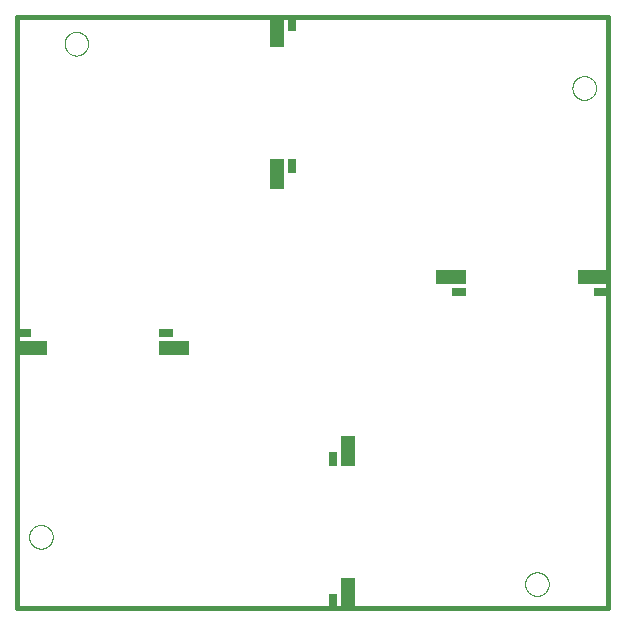
<source format=gtp>
G75*
%MOIN*%
%OFA0B0*%
%FSLAX25Y25*%
%IPPOS*%
%LPD*%
%AMOC8*
5,1,8,0,0,1.08239X$1,22.5*
%
%ADD10C,0.01600*%
%ADD11C,0.00000*%
%ADD12R,0.05000X0.02500*%
%ADD13R,0.02500X0.05000*%
%ADD14R,0.10000X0.05000*%
%ADD15R,0.05000X0.10000*%
D10*
X0005000Y0005000D02*
X0201850Y0005000D01*
X0201850Y0201850D01*
X0005000Y0201850D01*
X0005000Y0005000D01*
D11*
X0008937Y0028622D02*
X0008939Y0028747D01*
X0008945Y0028872D01*
X0008955Y0028996D01*
X0008969Y0029120D01*
X0008986Y0029244D01*
X0009008Y0029367D01*
X0009034Y0029489D01*
X0009063Y0029611D01*
X0009096Y0029731D01*
X0009134Y0029850D01*
X0009174Y0029969D01*
X0009219Y0030085D01*
X0009267Y0030200D01*
X0009319Y0030314D01*
X0009375Y0030426D01*
X0009434Y0030536D01*
X0009496Y0030644D01*
X0009562Y0030751D01*
X0009631Y0030855D01*
X0009704Y0030956D01*
X0009779Y0031056D01*
X0009858Y0031153D01*
X0009940Y0031247D01*
X0010025Y0031339D01*
X0010112Y0031428D01*
X0010203Y0031514D01*
X0010296Y0031597D01*
X0010392Y0031678D01*
X0010490Y0031755D01*
X0010590Y0031829D01*
X0010693Y0031900D01*
X0010798Y0031967D01*
X0010906Y0032032D01*
X0011015Y0032092D01*
X0011126Y0032150D01*
X0011239Y0032203D01*
X0011353Y0032253D01*
X0011469Y0032300D01*
X0011586Y0032342D01*
X0011705Y0032381D01*
X0011825Y0032417D01*
X0011946Y0032448D01*
X0012068Y0032476D01*
X0012190Y0032499D01*
X0012314Y0032519D01*
X0012438Y0032535D01*
X0012562Y0032547D01*
X0012687Y0032555D01*
X0012812Y0032559D01*
X0012936Y0032559D01*
X0013061Y0032555D01*
X0013186Y0032547D01*
X0013310Y0032535D01*
X0013434Y0032519D01*
X0013558Y0032499D01*
X0013680Y0032476D01*
X0013802Y0032448D01*
X0013923Y0032417D01*
X0014043Y0032381D01*
X0014162Y0032342D01*
X0014279Y0032300D01*
X0014395Y0032253D01*
X0014509Y0032203D01*
X0014622Y0032150D01*
X0014733Y0032092D01*
X0014843Y0032032D01*
X0014950Y0031967D01*
X0015055Y0031900D01*
X0015158Y0031829D01*
X0015258Y0031755D01*
X0015356Y0031678D01*
X0015452Y0031597D01*
X0015545Y0031514D01*
X0015636Y0031428D01*
X0015723Y0031339D01*
X0015808Y0031247D01*
X0015890Y0031153D01*
X0015969Y0031056D01*
X0016044Y0030956D01*
X0016117Y0030855D01*
X0016186Y0030751D01*
X0016252Y0030644D01*
X0016314Y0030536D01*
X0016373Y0030426D01*
X0016429Y0030314D01*
X0016481Y0030200D01*
X0016529Y0030085D01*
X0016574Y0029969D01*
X0016614Y0029850D01*
X0016652Y0029731D01*
X0016685Y0029611D01*
X0016714Y0029489D01*
X0016740Y0029367D01*
X0016762Y0029244D01*
X0016779Y0029120D01*
X0016793Y0028996D01*
X0016803Y0028872D01*
X0016809Y0028747D01*
X0016811Y0028622D01*
X0016809Y0028497D01*
X0016803Y0028372D01*
X0016793Y0028248D01*
X0016779Y0028124D01*
X0016762Y0028000D01*
X0016740Y0027877D01*
X0016714Y0027755D01*
X0016685Y0027633D01*
X0016652Y0027513D01*
X0016614Y0027394D01*
X0016574Y0027275D01*
X0016529Y0027159D01*
X0016481Y0027044D01*
X0016429Y0026930D01*
X0016373Y0026818D01*
X0016314Y0026708D01*
X0016252Y0026600D01*
X0016186Y0026493D01*
X0016117Y0026389D01*
X0016044Y0026288D01*
X0015969Y0026188D01*
X0015890Y0026091D01*
X0015808Y0025997D01*
X0015723Y0025905D01*
X0015636Y0025816D01*
X0015545Y0025730D01*
X0015452Y0025647D01*
X0015356Y0025566D01*
X0015258Y0025489D01*
X0015158Y0025415D01*
X0015055Y0025344D01*
X0014950Y0025277D01*
X0014842Y0025212D01*
X0014733Y0025152D01*
X0014622Y0025094D01*
X0014509Y0025041D01*
X0014395Y0024991D01*
X0014279Y0024944D01*
X0014162Y0024902D01*
X0014043Y0024863D01*
X0013923Y0024827D01*
X0013802Y0024796D01*
X0013680Y0024768D01*
X0013558Y0024745D01*
X0013434Y0024725D01*
X0013310Y0024709D01*
X0013186Y0024697D01*
X0013061Y0024689D01*
X0012936Y0024685D01*
X0012812Y0024685D01*
X0012687Y0024689D01*
X0012562Y0024697D01*
X0012438Y0024709D01*
X0012314Y0024725D01*
X0012190Y0024745D01*
X0012068Y0024768D01*
X0011946Y0024796D01*
X0011825Y0024827D01*
X0011705Y0024863D01*
X0011586Y0024902D01*
X0011469Y0024944D01*
X0011353Y0024991D01*
X0011239Y0025041D01*
X0011126Y0025094D01*
X0011015Y0025152D01*
X0010905Y0025212D01*
X0010798Y0025277D01*
X0010693Y0025344D01*
X0010590Y0025415D01*
X0010490Y0025489D01*
X0010392Y0025566D01*
X0010296Y0025647D01*
X0010203Y0025730D01*
X0010112Y0025816D01*
X0010025Y0025905D01*
X0009940Y0025997D01*
X0009858Y0026091D01*
X0009779Y0026188D01*
X0009704Y0026288D01*
X0009631Y0026389D01*
X0009562Y0026493D01*
X0009496Y0026600D01*
X0009434Y0026708D01*
X0009375Y0026818D01*
X0009319Y0026930D01*
X0009267Y0027044D01*
X0009219Y0027159D01*
X0009174Y0027275D01*
X0009134Y0027394D01*
X0009096Y0027513D01*
X0009063Y0027633D01*
X0009034Y0027755D01*
X0009008Y0027877D01*
X0008986Y0028000D01*
X0008969Y0028124D01*
X0008955Y0028248D01*
X0008945Y0028372D01*
X0008939Y0028497D01*
X0008937Y0028622D01*
X0020748Y0192992D02*
X0020750Y0193117D01*
X0020756Y0193242D01*
X0020766Y0193366D01*
X0020780Y0193490D01*
X0020797Y0193614D01*
X0020819Y0193737D01*
X0020845Y0193859D01*
X0020874Y0193981D01*
X0020907Y0194101D01*
X0020945Y0194220D01*
X0020985Y0194339D01*
X0021030Y0194455D01*
X0021078Y0194570D01*
X0021130Y0194684D01*
X0021186Y0194796D01*
X0021245Y0194906D01*
X0021307Y0195014D01*
X0021373Y0195121D01*
X0021442Y0195225D01*
X0021515Y0195326D01*
X0021590Y0195426D01*
X0021669Y0195523D01*
X0021751Y0195617D01*
X0021836Y0195709D01*
X0021923Y0195798D01*
X0022014Y0195884D01*
X0022107Y0195967D01*
X0022203Y0196048D01*
X0022301Y0196125D01*
X0022401Y0196199D01*
X0022504Y0196270D01*
X0022609Y0196337D01*
X0022717Y0196402D01*
X0022826Y0196462D01*
X0022937Y0196520D01*
X0023050Y0196573D01*
X0023164Y0196623D01*
X0023280Y0196670D01*
X0023397Y0196712D01*
X0023516Y0196751D01*
X0023636Y0196787D01*
X0023757Y0196818D01*
X0023879Y0196846D01*
X0024001Y0196869D01*
X0024125Y0196889D01*
X0024249Y0196905D01*
X0024373Y0196917D01*
X0024498Y0196925D01*
X0024623Y0196929D01*
X0024747Y0196929D01*
X0024872Y0196925D01*
X0024997Y0196917D01*
X0025121Y0196905D01*
X0025245Y0196889D01*
X0025369Y0196869D01*
X0025491Y0196846D01*
X0025613Y0196818D01*
X0025734Y0196787D01*
X0025854Y0196751D01*
X0025973Y0196712D01*
X0026090Y0196670D01*
X0026206Y0196623D01*
X0026320Y0196573D01*
X0026433Y0196520D01*
X0026544Y0196462D01*
X0026654Y0196402D01*
X0026761Y0196337D01*
X0026866Y0196270D01*
X0026969Y0196199D01*
X0027069Y0196125D01*
X0027167Y0196048D01*
X0027263Y0195967D01*
X0027356Y0195884D01*
X0027447Y0195798D01*
X0027534Y0195709D01*
X0027619Y0195617D01*
X0027701Y0195523D01*
X0027780Y0195426D01*
X0027855Y0195326D01*
X0027928Y0195225D01*
X0027997Y0195121D01*
X0028063Y0195014D01*
X0028125Y0194906D01*
X0028184Y0194796D01*
X0028240Y0194684D01*
X0028292Y0194570D01*
X0028340Y0194455D01*
X0028385Y0194339D01*
X0028425Y0194220D01*
X0028463Y0194101D01*
X0028496Y0193981D01*
X0028525Y0193859D01*
X0028551Y0193737D01*
X0028573Y0193614D01*
X0028590Y0193490D01*
X0028604Y0193366D01*
X0028614Y0193242D01*
X0028620Y0193117D01*
X0028622Y0192992D01*
X0028620Y0192867D01*
X0028614Y0192742D01*
X0028604Y0192618D01*
X0028590Y0192494D01*
X0028573Y0192370D01*
X0028551Y0192247D01*
X0028525Y0192125D01*
X0028496Y0192003D01*
X0028463Y0191883D01*
X0028425Y0191764D01*
X0028385Y0191645D01*
X0028340Y0191529D01*
X0028292Y0191414D01*
X0028240Y0191300D01*
X0028184Y0191188D01*
X0028125Y0191078D01*
X0028063Y0190970D01*
X0027997Y0190863D01*
X0027928Y0190759D01*
X0027855Y0190658D01*
X0027780Y0190558D01*
X0027701Y0190461D01*
X0027619Y0190367D01*
X0027534Y0190275D01*
X0027447Y0190186D01*
X0027356Y0190100D01*
X0027263Y0190017D01*
X0027167Y0189936D01*
X0027069Y0189859D01*
X0026969Y0189785D01*
X0026866Y0189714D01*
X0026761Y0189647D01*
X0026653Y0189582D01*
X0026544Y0189522D01*
X0026433Y0189464D01*
X0026320Y0189411D01*
X0026206Y0189361D01*
X0026090Y0189314D01*
X0025973Y0189272D01*
X0025854Y0189233D01*
X0025734Y0189197D01*
X0025613Y0189166D01*
X0025491Y0189138D01*
X0025369Y0189115D01*
X0025245Y0189095D01*
X0025121Y0189079D01*
X0024997Y0189067D01*
X0024872Y0189059D01*
X0024747Y0189055D01*
X0024623Y0189055D01*
X0024498Y0189059D01*
X0024373Y0189067D01*
X0024249Y0189079D01*
X0024125Y0189095D01*
X0024001Y0189115D01*
X0023879Y0189138D01*
X0023757Y0189166D01*
X0023636Y0189197D01*
X0023516Y0189233D01*
X0023397Y0189272D01*
X0023280Y0189314D01*
X0023164Y0189361D01*
X0023050Y0189411D01*
X0022937Y0189464D01*
X0022826Y0189522D01*
X0022716Y0189582D01*
X0022609Y0189647D01*
X0022504Y0189714D01*
X0022401Y0189785D01*
X0022301Y0189859D01*
X0022203Y0189936D01*
X0022107Y0190017D01*
X0022014Y0190100D01*
X0021923Y0190186D01*
X0021836Y0190275D01*
X0021751Y0190367D01*
X0021669Y0190461D01*
X0021590Y0190558D01*
X0021515Y0190658D01*
X0021442Y0190759D01*
X0021373Y0190863D01*
X0021307Y0190970D01*
X0021245Y0191078D01*
X0021186Y0191188D01*
X0021130Y0191300D01*
X0021078Y0191414D01*
X0021030Y0191529D01*
X0020985Y0191645D01*
X0020945Y0191764D01*
X0020907Y0191883D01*
X0020874Y0192003D01*
X0020845Y0192125D01*
X0020819Y0192247D01*
X0020797Y0192370D01*
X0020780Y0192494D01*
X0020766Y0192618D01*
X0020756Y0192742D01*
X0020750Y0192867D01*
X0020748Y0192992D01*
X0190039Y0178228D02*
X0190041Y0178353D01*
X0190047Y0178478D01*
X0190057Y0178602D01*
X0190071Y0178726D01*
X0190088Y0178850D01*
X0190110Y0178973D01*
X0190136Y0179095D01*
X0190165Y0179217D01*
X0190198Y0179337D01*
X0190236Y0179456D01*
X0190276Y0179575D01*
X0190321Y0179691D01*
X0190369Y0179806D01*
X0190421Y0179920D01*
X0190477Y0180032D01*
X0190536Y0180142D01*
X0190598Y0180250D01*
X0190664Y0180357D01*
X0190733Y0180461D01*
X0190806Y0180562D01*
X0190881Y0180662D01*
X0190960Y0180759D01*
X0191042Y0180853D01*
X0191127Y0180945D01*
X0191214Y0181034D01*
X0191305Y0181120D01*
X0191398Y0181203D01*
X0191494Y0181284D01*
X0191592Y0181361D01*
X0191692Y0181435D01*
X0191795Y0181506D01*
X0191900Y0181573D01*
X0192008Y0181638D01*
X0192117Y0181698D01*
X0192228Y0181756D01*
X0192341Y0181809D01*
X0192455Y0181859D01*
X0192571Y0181906D01*
X0192688Y0181948D01*
X0192807Y0181987D01*
X0192927Y0182023D01*
X0193048Y0182054D01*
X0193170Y0182082D01*
X0193292Y0182105D01*
X0193416Y0182125D01*
X0193540Y0182141D01*
X0193664Y0182153D01*
X0193789Y0182161D01*
X0193914Y0182165D01*
X0194038Y0182165D01*
X0194163Y0182161D01*
X0194288Y0182153D01*
X0194412Y0182141D01*
X0194536Y0182125D01*
X0194660Y0182105D01*
X0194782Y0182082D01*
X0194904Y0182054D01*
X0195025Y0182023D01*
X0195145Y0181987D01*
X0195264Y0181948D01*
X0195381Y0181906D01*
X0195497Y0181859D01*
X0195611Y0181809D01*
X0195724Y0181756D01*
X0195835Y0181698D01*
X0195945Y0181638D01*
X0196052Y0181573D01*
X0196157Y0181506D01*
X0196260Y0181435D01*
X0196360Y0181361D01*
X0196458Y0181284D01*
X0196554Y0181203D01*
X0196647Y0181120D01*
X0196738Y0181034D01*
X0196825Y0180945D01*
X0196910Y0180853D01*
X0196992Y0180759D01*
X0197071Y0180662D01*
X0197146Y0180562D01*
X0197219Y0180461D01*
X0197288Y0180357D01*
X0197354Y0180250D01*
X0197416Y0180142D01*
X0197475Y0180032D01*
X0197531Y0179920D01*
X0197583Y0179806D01*
X0197631Y0179691D01*
X0197676Y0179575D01*
X0197716Y0179456D01*
X0197754Y0179337D01*
X0197787Y0179217D01*
X0197816Y0179095D01*
X0197842Y0178973D01*
X0197864Y0178850D01*
X0197881Y0178726D01*
X0197895Y0178602D01*
X0197905Y0178478D01*
X0197911Y0178353D01*
X0197913Y0178228D01*
X0197911Y0178103D01*
X0197905Y0177978D01*
X0197895Y0177854D01*
X0197881Y0177730D01*
X0197864Y0177606D01*
X0197842Y0177483D01*
X0197816Y0177361D01*
X0197787Y0177239D01*
X0197754Y0177119D01*
X0197716Y0177000D01*
X0197676Y0176881D01*
X0197631Y0176765D01*
X0197583Y0176650D01*
X0197531Y0176536D01*
X0197475Y0176424D01*
X0197416Y0176314D01*
X0197354Y0176206D01*
X0197288Y0176099D01*
X0197219Y0175995D01*
X0197146Y0175894D01*
X0197071Y0175794D01*
X0196992Y0175697D01*
X0196910Y0175603D01*
X0196825Y0175511D01*
X0196738Y0175422D01*
X0196647Y0175336D01*
X0196554Y0175253D01*
X0196458Y0175172D01*
X0196360Y0175095D01*
X0196260Y0175021D01*
X0196157Y0174950D01*
X0196052Y0174883D01*
X0195944Y0174818D01*
X0195835Y0174758D01*
X0195724Y0174700D01*
X0195611Y0174647D01*
X0195497Y0174597D01*
X0195381Y0174550D01*
X0195264Y0174508D01*
X0195145Y0174469D01*
X0195025Y0174433D01*
X0194904Y0174402D01*
X0194782Y0174374D01*
X0194660Y0174351D01*
X0194536Y0174331D01*
X0194412Y0174315D01*
X0194288Y0174303D01*
X0194163Y0174295D01*
X0194038Y0174291D01*
X0193914Y0174291D01*
X0193789Y0174295D01*
X0193664Y0174303D01*
X0193540Y0174315D01*
X0193416Y0174331D01*
X0193292Y0174351D01*
X0193170Y0174374D01*
X0193048Y0174402D01*
X0192927Y0174433D01*
X0192807Y0174469D01*
X0192688Y0174508D01*
X0192571Y0174550D01*
X0192455Y0174597D01*
X0192341Y0174647D01*
X0192228Y0174700D01*
X0192117Y0174758D01*
X0192007Y0174818D01*
X0191900Y0174883D01*
X0191795Y0174950D01*
X0191692Y0175021D01*
X0191592Y0175095D01*
X0191494Y0175172D01*
X0191398Y0175253D01*
X0191305Y0175336D01*
X0191214Y0175422D01*
X0191127Y0175511D01*
X0191042Y0175603D01*
X0190960Y0175697D01*
X0190881Y0175794D01*
X0190806Y0175894D01*
X0190733Y0175995D01*
X0190664Y0176099D01*
X0190598Y0176206D01*
X0190536Y0176314D01*
X0190477Y0176424D01*
X0190421Y0176536D01*
X0190369Y0176650D01*
X0190321Y0176765D01*
X0190276Y0176881D01*
X0190236Y0177000D01*
X0190198Y0177119D01*
X0190165Y0177239D01*
X0190136Y0177361D01*
X0190110Y0177483D01*
X0190088Y0177606D01*
X0190071Y0177730D01*
X0190057Y0177854D01*
X0190047Y0177978D01*
X0190041Y0178103D01*
X0190039Y0178228D01*
X0174291Y0012874D02*
X0174293Y0012999D01*
X0174299Y0013124D01*
X0174309Y0013248D01*
X0174323Y0013372D01*
X0174340Y0013496D01*
X0174362Y0013619D01*
X0174388Y0013741D01*
X0174417Y0013863D01*
X0174450Y0013983D01*
X0174488Y0014102D01*
X0174528Y0014221D01*
X0174573Y0014337D01*
X0174621Y0014452D01*
X0174673Y0014566D01*
X0174729Y0014678D01*
X0174788Y0014788D01*
X0174850Y0014896D01*
X0174916Y0015003D01*
X0174985Y0015107D01*
X0175058Y0015208D01*
X0175133Y0015308D01*
X0175212Y0015405D01*
X0175294Y0015499D01*
X0175379Y0015591D01*
X0175466Y0015680D01*
X0175557Y0015766D01*
X0175650Y0015849D01*
X0175746Y0015930D01*
X0175844Y0016007D01*
X0175944Y0016081D01*
X0176047Y0016152D01*
X0176152Y0016219D01*
X0176260Y0016284D01*
X0176369Y0016344D01*
X0176480Y0016402D01*
X0176593Y0016455D01*
X0176707Y0016505D01*
X0176823Y0016552D01*
X0176940Y0016594D01*
X0177059Y0016633D01*
X0177179Y0016669D01*
X0177300Y0016700D01*
X0177422Y0016728D01*
X0177544Y0016751D01*
X0177668Y0016771D01*
X0177792Y0016787D01*
X0177916Y0016799D01*
X0178041Y0016807D01*
X0178166Y0016811D01*
X0178290Y0016811D01*
X0178415Y0016807D01*
X0178540Y0016799D01*
X0178664Y0016787D01*
X0178788Y0016771D01*
X0178912Y0016751D01*
X0179034Y0016728D01*
X0179156Y0016700D01*
X0179277Y0016669D01*
X0179397Y0016633D01*
X0179516Y0016594D01*
X0179633Y0016552D01*
X0179749Y0016505D01*
X0179863Y0016455D01*
X0179976Y0016402D01*
X0180087Y0016344D01*
X0180197Y0016284D01*
X0180304Y0016219D01*
X0180409Y0016152D01*
X0180512Y0016081D01*
X0180612Y0016007D01*
X0180710Y0015930D01*
X0180806Y0015849D01*
X0180899Y0015766D01*
X0180990Y0015680D01*
X0181077Y0015591D01*
X0181162Y0015499D01*
X0181244Y0015405D01*
X0181323Y0015308D01*
X0181398Y0015208D01*
X0181471Y0015107D01*
X0181540Y0015003D01*
X0181606Y0014896D01*
X0181668Y0014788D01*
X0181727Y0014678D01*
X0181783Y0014566D01*
X0181835Y0014452D01*
X0181883Y0014337D01*
X0181928Y0014221D01*
X0181968Y0014102D01*
X0182006Y0013983D01*
X0182039Y0013863D01*
X0182068Y0013741D01*
X0182094Y0013619D01*
X0182116Y0013496D01*
X0182133Y0013372D01*
X0182147Y0013248D01*
X0182157Y0013124D01*
X0182163Y0012999D01*
X0182165Y0012874D01*
X0182163Y0012749D01*
X0182157Y0012624D01*
X0182147Y0012500D01*
X0182133Y0012376D01*
X0182116Y0012252D01*
X0182094Y0012129D01*
X0182068Y0012007D01*
X0182039Y0011885D01*
X0182006Y0011765D01*
X0181968Y0011646D01*
X0181928Y0011527D01*
X0181883Y0011411D01*
X0181835Y0011296D01*
X0181783Y0011182D01*
X0181727Y0011070D01*
X0181668Y0010960D01*
X0181606Y0010852D01*
X0181540Y0010745D01*
X0181471Y0010641D01*
X0181398Y0010540D01*
X0181323Y0010440D01*
X0181244Y0010343D01*
X0181162Y0010249D01*
X0181077Y0010157D01*
X0180990Y0010068D01*
X0180899Y0009982D01*
X0180806Y0009899D01*
X0180710Y0009818D01*
X0180612Y0009741D01*
X0180512Y0009667D01*
X0180409Y0009596D01*
X0180304Y0009529D01*
X0180196Y0009464D01*
X0180087Y0009404D01*
X0179976Y0009346D01*
X0179863Y0009293D01*
X0179749Y0009243D01*
X0179633Y0009196D01*
X0179516Y0009154D01*
X0179397Y0009115D01*
X0179277Y0009079D01*
X0179156Y0009048D01*
X0179034Y0009020D01*
X0178912Y0008997D01*
X0178788Y0008977D01*
X0178664Y0008961D01*
X0178540Y0008949D01*
X0178415Y0008941D01*
X0178290Y0008937D01*
X0178166Y0008937D01*
X0178041Y0008941D01*
X0177916Y0008949D01*
X0177792Y0008961D01*
X0177668Y0008977D01*
X0177544Y0008997D01*
X0177422Y0009020D01*
X0177300Y0009048D01*
X0177179Y0009079D01*
X0177059Y0009115D01*
X0176940Y0009154D01*
X0176823Y0009196D01*
X0176707Y0009243D01*
X0176593Y0009293D01*
X0176480Y0009346D01*
X0176369Y0009404D01*
X0176259Y0009464D01*
X0176152Y0009529D01*
X0176047Y0009596D01*
X0175944Y0009667D01*
X0175844Y0009741D01*
X0175746Y0009818D01*
X0175650Y0009899D01*
X0175557Y0009982D01*
X0175466Y0010068D01*
X0175379Y0010157D01*
X0175294Y0010249D01*
X0175212Y0010343D01*
X0175133Y0010440D01*
X0175058Y0010540D01*
X0174985Y0010641D01*
X0174916Y0010745D01*
X0174850Y0010852D01*
X0174788Y0010960D01*
X0174729Y0011070D01*
X0174673Y0011182D01*
X0174621Y0011296D01*
X0174573Y0011411D01*
X0174528Y0011527D01*
X0174488Y0011646D01*
X0174450Y0011765D01*
X0174417Y0011885D01*
X0174388Y0012007D01*
X0174362Y0012129D01*
X0174340Y0012252D01*
X0174323Y0012376D01*
X0174309Y0012500D01*
X0174299Y0012624D01*
X0174293Y0012749D01*
X0174291Y0012874D01*
D12*
X0152305Y0110277D03*
X0199550Y0110277D03*
X0054545Y0096574D03*
X0007301Y0096574D03*
D13*
X0096574Y0152305D03*
X0096574Y0199550D03*
X0110277Y0054545D03*
X0110277Y0007301D03*
D14*
X0057165Y0091614D03*
X0009921Y0091614D03*
X0149685Y0115236D03*
X0196929Y0115236D03*
D15*
X0115236Y0057165D03*
X0115236Y0009921D03*
X0091614Y0149685D03*
X0091614Y0196929D03*
M02*

</source>
